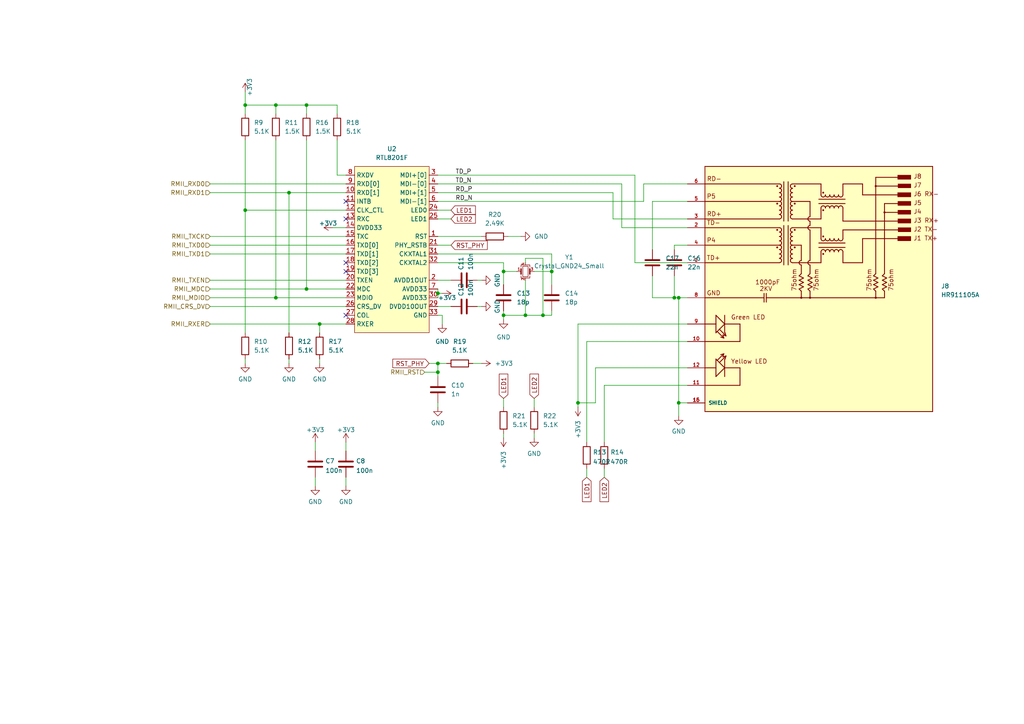
<source format=kicad_sch>
(kicad_sch (version 20211123) (generator eeschema)
  (paper "A4")
  (lib_symbols
    (symbol "Device:C" (pin_numbers hide) (pin_names (offset 0.254))
      (property "Reference" "C" (at 0.635 2.54 0))
      (property "Value" "C" (at 0.635 -2.54 0))
      (symbol "C_0_1"
        (polyline (pts (xy -2.032 -0.762) (xy 2.032 -0.762)) (stroke (width 0.508)))
        (polyline (pts (xy -2.032 0.762) (xy 2.032 0.762)) (stroke (width 0.508)))
      )
      (symbol "C_1_1"
        (pin passive line (at 0 3.81 270) (length 2.794) (name "~") (number "1"))
        (pin passive line (at 0 -3.81 90) (length 2.794) (name "~") (number "2"))
      )
    )
    (symbol "Device:Crystal_GND24_Small" (pin_names (offset 1.016) hide)
      (property "Reference" "Y" (at 1.27 4.445 0))
      (property "Value" "Crystal_GND24_Small" (at 1.27 2.54 0))
      (symbol "Crystal_GND24_Small_0_1"
        (rectangle (start -0.762 -1.524) (end 0.762 1.524))
        (polyline (pts (xy -1.27 -0.762) (xy -1.27 0.762)) (stroke (width 0.381)))
        (polyline (pts (xy 1.27 -0.762) (xy 1.27 0.762)) (stroke (width 0.381)))
        (polyline (pts (xy -1.27 -1.27) (xy -1.27 -1.905) (xy 1.27 -1.905) (xy 1.27 -1.27)))
        (polyline (pts (xy -1.27 1.27) (xy -1.27 1.905) (xy 1.27 1.905) (xy 1.27 1.27)))
      )
      (symbol "Crystal_GND24_Small_1_1"
        (pin passive line (at -2.54 0 0) (length 1.27) (name "1") (number "1"))
        (pin passive line (at 0 -2.54 90) (length 0.635) (name "2") (number "2"))
        (pin passive line (at 2.54 0 180) (length 1.27) (name "3") (number "3"))
        (pin passive line (at 0 2.54 270) (length 0.635) (name "4") (number "4"))
      )
    )
    (symbol "Device:R" (pin_numbers hide) (pin_names (offset 0))
      (property "Reference" "R" (at 2.032 0 90))
      (property "Value" "R" (at 0 0 90))
      (symbol "R_0_1"
        (rectangle (start -1.016 -2.54) (end 1.016 2.54) (stroke (width 0.254)))
      )
      (symbol "R_1_1"
        (pin passive line (at 0 3.81 270) (length 1.27) (name "~") (number "1"))
        (pin passive line (at 0 -3.81 90) (length 1.27) (name "~") (number "2"))
      )
    )
    (symbol "power:+3.3V" (power) (pin_names (offset 0))
      (property "Value" "+3.3V" (at 0 3.556 0))
      (symbol "+3.3V_0_1"
        (polyline (pts (xy -0.762 1.27) (xy 0 2.54)))
        (polyline (pts (xy 0 0) (xy 0 2.54)))
        (polyline (pts (xy 0 2.54) (xy 0.762 1.27)))
      )
      (symbol "+3.3V_1_1"
        (pin power_in line (at 0 0 90) (length 0) hide (name "+3V3") (number "1"))
      )
    )
    (symbol "power:GND" (power) (pin_names (offset 0))
      (property "Value" "GND" (at 0 -3.81 0))
      (symbol "GND_0_1"
        (polyline (pts (xy 0 0) (xy 0 -1.27) (xy 1.27 -1.27) (xy 0 -2.54) (xy -1.27 -1.27) (xy 0 -1.27)))
      )
      (symbol "GND_1_1"
        (pin power_in line (at 0 0 270) (length 0) hide (name "GND") (number "1"))
      )
    )
    (symbol "riklib:HR911105A" (pin_names (offset 1.016))
      (property "Reference" "J" (at -33.1724 36.2458 0))
      (property "Value" "HR911105A" (at -33.1216 -38.227 0))
      (symbol "HR911105A_0_0"
        (rectangle (start -33.02 -35.56) (end 33.02 35.56) (stroke (width 0.254)) (fill (type background)))
        (circle (center -12.065 12.065) (radius 0.1524) (stroke (width 0.254)))
        (circle (center -12.065 17.145) (radius 0.1524) (stroke (width 0.254)))
        (circle (center -12.065 24.765) (radius 0.1524) (stroke (width 0.254)))
        (circle (center -12.065 29.845) (radius 0.1524) (stroke (width 0.254)))
        (arc (start -11.43 7.62) (mid -10.981 7.806) (end -10.795 8.255) (stroke (width 0.254)))
        (arc (start -11.43 8.89) (mid -11.0269 9.1219) (end -10.795 9.525) (stroke (width 0.254)))
        (arc (start -11.43 10.16) (mid -10.981 10.346) (end -10.795 10.795) (stroke (width 0.254)))
        (arc (start -11.43 11.43) (mid -10.981 11.616) (end -10.795 12.065) (stroke (width 0.254)))
        (arc (start -11.43 12.7) (mid -10.981 12.886) (end -10.795 13.335) (stroke (width 0.254)))
        (arc (start -11.43 13.97) (mid -10.981 14.156) (end -10.795 14.605) (stroke (width 0.254)))
        (arc (start -11.43 15.24) (mid -10.981 15.426) (end -10.795 15.875) (stroke (width 0.254)))
        (arc (start -11.43 16.51) (mid -10.981 16.696) (end -10.795 17.145) (stroke (width 0.254)))
        (arc (start -11.43 20.32) (mid -10.981 20.506) (end -10.795 20.955) (stroke (width 0.254)))
        (arc (start -11.43 21.59) (mid -11.0269 21.8219) (end -10.795 22.225) (stroke (width 0.254)))
        (arc (start -11.43 22.86) (mid -10.981 23.046) (end -10.795 23.495) (stroke (width 0.254)))
        (arc (start -11.43 24.13) (mid -10.981 24.316) (end -10.795 24.765) (stroke (width 0.254)))
        (arc (start -11.43 25.4) (mid -10.981 25.586) (end -10.795 26.035) (stroke (width 0.254)))
        (arc (start -11.43 26.67) (mid -10.981 26.856) (end -10.795 27.305) (stroke (width 0.254)))
        (arc (start -11.43 27.94) (mid -10.981 28.126) (end -10.795 28.575) (stroke (width 0.254)))
        (arc (start -11.43 29.21) (mid -10.981 29.396) (end -10.795 29.845) (stroke (width 0.254)))
        (arc (start -10.795 8.255) (mid -10.981 8.704) (end -11.43 8.89) (stroke (width 0.254)))
        (arc (start -10.795 9.525) (mid -10.981 9.974) (end -11.43 10.16) (stroke (width 0.254)))
        (arc (start -10.795 10.795) (mid -10.981 11.244) (end -11.43 11.43) (stroke (width 0.254)))
        (arc (start -10.795 12.065) (mid -10.981 12.514) (end -11.43 12.7) (stroke (width 0.254)))
        (arc (start -10.795 13.335) (mid -10.981 13.784) (end -11.43 13.97) (stroke (width 0.254)))
        (arc (start -10.795 14.605) (mid -10.981 15.054) (end -11.43 15.24) (stroke (width 0.254)))
        (arc (start -10.795 15.875) (mid -10.981 16.324) (end -11.43 16.51) (stroke (width 0.254)))
        (arc (start -10.795 17.145) (mid -10.981 17.594) (end -11.43 17.78) (stroke (width 0.254)))
        (arc (start -10.795 20.955) (mid -10.981 21.404) (end -11.43 21.59) (stroke (width 0.254)))
        (arc (start -10.795 22.225) (mid -10.981 22.674) (end -11.43 22.86) (stroke (width 0.254)))
        (arc (start -10.795 23.495) (mid -10.981 23.944) (end -11.43 24.13) (stroke (width 0.254)))
        (arc (start -10.795 24.765) (mid -10.981 25.214) (end -11.43 25.4) (stroke (width 0.254)))
        (arc (start -10.795 26.035) (mid -10.981 26.484) (end -11.43 26.67) (stroke (width 0.254)))
        (arc (start -10.795 27.305) (mid -10.981 27.754) (end -11.43 27.94) (stroke (width 0.254)))
        (arc (start -10.795 28.575) (mid -10.981 29.024) (end -11.43 29.21) (stroke (width 0.254)))
        (arc (start -10.795 29.845) (mid -10.981 30.294) (end -11.43 30.48) (stroke (width 0.254)))
        (arc (start -8.255 8.255) (mid -8.069 7.806) (end -7.62 7.62) (stroke (width 0.254)))
        (arc (start -8.255 9.525) (mid -8.069 9.076) (end -7.62 8.89) (stroke (width 0.254)))
        (arc (start -8.255 10.795) (mid -8.069 10.346) (end -7.62 10.16) (stroke (width 0.254)))
        (arc (start -8.255 12.065) (mid -8.069 11.616) (end -7.62 11.43) (stroke (width 0.254)))
        (arc (start -8.255 13.335) (mid -8.069 12.886) (end -7.62 12.7) (stroke (width 0.254)))
        (arc (start -8.255 14.605) (mid -8.069 14.156) (end -7.62 13.97) (stroke (width 0.254)))
        (arc (start -8.255 15.875) (mid -8.069 15.426) (end -7.62 15.24) (stroke (width 0.254)))
        (arc (start -8.255 17.145) (mid -8.069 16.696) (end -7.62 16.51) (stroke (width 0.254)))
        (arc (start -8.255 20.955) (mid -8.069 20.506) (end -7.62 20.32) (stroke (width 0.254)))
        (arc (start -8.255 22.225) (mid -8.069 21.776) (end -7.62 21.59) (stroke (width 0.254)))
        (arc (start -8.255 23.495) (mid -8.069 23.046) (end -7.62 22.86) (stroke (width 0.254)))
        (arc (start -8.255 24.765) (mid -8.069 24.316) (end -7.62 24.13) (stroke (width 0.254)))
        (arc (start -8.255 26.035) (mid -8.069 25.586) (end -7.62 25.4) (stroke (width 0.254)))
        (arc (start -8.255 27.305) (mid -8.069 26.856) (end -7.62 26.67) (stroke (width 0.254)))
        (arc (start -8.255 28.575) (mid -8.069 28.126) (end -7.62 27.94) (stroke (width 0.254)))
        (arc (start -8.255 29.845) (mid -8.069 29.396) (end -7.62 29.21) (stroke (width 0.254)))
        (arc (start -7.62 8.89) (mid -8.069 8.704) (end -8.255 8.255) (stroke (width 0.254)))
        (arc (start -7.62 10.16) (mid -8.069 9.974) (end -8.255 9.525) (stroke (width 0.254)))
        (arc (start -7.62 11.43) (mid -8.069 11.244) (end -8.255 10.795) (stroke (width 0.254)))
        (arc (start -7.62 12.7) (mid -8.069 12.514) (end -8.255 12.065) (stroke (width 0.254)))
        (arc (start -7.62 13.97) (mid -8.069 13.784) (end -8.255 13.335) (stroke (width 0.254)))
        (arc (start -7.62 15.24) (mid -8.069 15.054) (end -8.255 14.605) (stroke (width 0.254)))
        (arc (start -7.62 16.51) (mid -8.0231 16.2781) (end -8.255 15.875) (stroke (width 0.254)))
        (arc (start -7.62 17.78) (mid -8.069 17.594) (end -8.255 17.145) (stroke (width 0.254)))
        (arc (start -7.62 21.59) (mid -8.069 21.404) (end -8.255 20.955) (stroke (width 0.254)))
        (arc (start -7.62 22.86) (mid -8.069 22.674) (end -8.255 22.225) (stroke (width 0.254)))
        (arc (start -7.62 24.13) (mid -8.069 23.944) (end -8.255 23.495) (stroke (width 0.254)))
        (arc (start -7.62 25.4) (mid -8.069 25.214) (end -8.255 24.765) (stroke (width 0.254)))
        (arc (start -7.62 26.67) (mid -8.069 26.484) (end -8.255 26.035) (stroke (width 0.254)))
        (arc (start -7.62 27.94) (mid -8.069 27.754) (end -8.255 27.305) (stroke (width 0.254)))
        (arc (start -7.62 29.21) (mid -8.0231 28.9781) (end -8.255 28.575) (stroke (width 0.254)))
        (arc (start -7.62 30.48) (mid -8.069 30.294) (end -8.255 29.845) (stroke (width 0.254)))
        (circle (center -6.985 12.065) (radius 0.1524) (stroke (width 0.254)))
        (circle (center -6.985 17.145) (radius 0.1524) (stroke (width 0.254)))
        (circle (center -6.985 24.765) (radius 0.1524) (stroke (width 0.254)))
        (circle (center -6.985 29.845) (radius 0.1524) (stroke (width 0.254)))
        (arc (start -5.715 7.62) (mid -5.529 7.171) (end -5.08 6.985) (stroke (width 0.254)))
        (circle (center -5.08 -2.54) (radius 0.1778) (stroke (width 0.254)))
        (arc (start -5.08 8.255) (mid -5.529 8.069) (end -5.715 7.62) (stroke (width 0.254)))
        (arc (start -3.175 7.62) (mid -2.989 7.171) (end -2.54 6.985) (stroke (width 0.254)))
        (arc (start -3.175 17.78) (mid -2.989 17.331) (end -2.54 17.145) (stroke (width 0.254)))
        (arc (start -3.175 20.32) (mid -2.989 19.871) (end -2.54 19.685) (stroke (width 0.254)))
        (circle (center -2.54 -2.54) (radius 0.1778) (stroke (width 0.254)))
        (arc (start -2.54 8.255) (mid -2.989 8.069) (end -3.175 7.62) (stroke (width 0.254)))
        (arc (start -2.54 18.415) (mid -2.989 18.229) (end -3.175 17.78) (stroke (width 0.254)))
        (arc (start -2.54 20.955) (mid -2.989 20.769) (end -3.175 20.32) (stroke (width 0.254)))
        (polyline (pts (xy -33.02 -27.94) (xy -22.86 -27.94)) (stroke (width 0.254)))
        (polyline (pts (xy -33.02 -15.24) (xy -22.86 -15.24)) (stroke (width 0.254)))
        (polyline (pts (xy -33.02 12.7) (xy -11.43 12.7)) (stroke (width 0.254)))
        (polyline (pts (xy -33.02 20.32) (xy -11.43 20.32)) (stroke (width 0.254)))
        (polyline (pts (xy -29.845 -25.4) (xy -27.305 -22.86)) (stroke (width 0.254)))
        (polyline (pts (xy -29.845 -22.86) (xy -33.02 -22.86)) (stroke (width 0.254)))
        (polyline (pts (xy -29.845 -22.86) (xy -29.845 -25.4)) (stroke (width 0.254)))
        (polyline (pts (xy -29.845 -20.32) (xy -29.845 -22.86)) (stroke (width 0.254)))
        (polyline (pts (xy -29.845 -12.7) (xy -29.845 -10.16)) (stroke (width 0.254)))
        (polyline (pts (xy -29.845 -10.16) (xy -33.02 -10.16)) (stroke (width 0.254)))
        (polyline (pts (xy -29.845 -10.16) (xy -29.845 -7.62)) (stroke (width 0.254)))
        (polyline (pts (xy -29.845 -7.62) (xy -27.305 -10.16)) (stroke (width 0.254)))
        (polyline (pts (xy -29.464 -20.701) (xy -29.845 -20.32)) (stroke (width 0.254)))
        (polyline (pts (xy -29.464 -20.701) (xy -27.559 -18.796)) (stroke (width 0.254)))
        (polyline (pts (xy -29.464 -12.319) (xy -29.845 -12.7)) (stroke (width 0.254)))
        (polyline (pts (xy -29.464 -12.319) (xy -27.559 -14.224)) (stroke (width 0.254)))
        (polyline (pts (xy -28.829 -21.336) (xy -29.464 -20.701)) (stroke (width 0.254)))
        (polyline (pts (xy -28.829 -21.336) (xy -26.924 -19.431)) (stroke (width 0.254)))
        (polyline (pts (xy -28.829 -11.684) (xy -29.464 -12.319)) (stroke (width 0.254)))
        (polyline (pts (xy -28.829 -11.684) (xy -26.924 -13.589)) (stroke (width 0.254)))
        (polyline (pts (xy -27.559 -18.796) (xy -28.448 -19.05)) (stroke (width 0.254)))
        (polyline (pts (xy -27.559 -18.796) (xy -27.813 -19.685)) (stroke (width 0.254)))
        (polyline (pts (xy -27.559 -14.224) (xy -28.448 -13.97)) (stroke (width 0.254)))
        (polyline (pts (xy -27.559 -14.224) (xy -27.813 -13.335)) (stroke (width 0.254)))
        (polyline (pts (xy -27.305 -22.86) (xy -28.829 -21.336)) (stroke (width 0.254)))
        (polyline (pts (xy -27.305 -22.86) (xy -27.305 -25.4)) (stroke (width 0.254)))
        (polyline (pts (xy -27.305 -22.86) (xy -22.86 -22.86)) (stroke (width 0.254)))
        (polyline (pts (xy -27.305 -20.32) (xy -27.305 -22.86)) (stroke (width 0.254)))
        (polyline (pts (xy -27.305 -12.7) (xy -27.305 -10.16)) (stroke (width 0.254)))
        (polyline (pts (xy -27.305 -10.16) (xy -28.829 -11.684)) (stroke (width 0.254)))
        (polyline (pts (xy -27.305 -10.16) (xy -27.305 -7.62)) (stroke (width 0.254)))
        (polyline (pts (xy -27.305 -10.16) (xy -22.86 -10.16)) (stroke (width 0.254)))
        (polyline (pts (xy -26.924 -19.431) (xy -27.813 -19.685)) (stroke (width 0.254)))
        (polyline (pts (xy -26.924 -19.431) (xy -27.178 -20.32)) (stroke (width 0.254)))
        (polyline (pts (xy -26.924 -13.589) (xy -27.813 -13.335)) (stroke (width 0.254)))
        (polyline (pts (xy -26.924 -13.589) (xy -27.178 -12.7)) (stroke (width 0.254)))
        (polyline (pts (xy -22.86 -27.94) (xy -22.86 -22.86)) (stroke (width 0.254)))
        (polyline (pts (xy -22.86 -15.24) (xy -22.86 -10.16)) (stroke (width 0.254)))
        (polyline (pts (xy -15.875 -2.54) (xy -33.02 -2.54)) (stroke (width 0.254)))
        (polyline (pts (xy -15.875 -2.54) (xy -15.875 -3.81)) (stroke (width 0.254)))
        (polyline (pts (xy -15.875 -1.27) (xy -15.875 -2.54)) (stroke (width 0.254)))
        (polyline (pts (xy -15.24 -2.54) (xy -15.24 -3.81)) (stroke (width 0.254)))
        (polyline (pts (xy -15.24 -2.54) (xy -15.24 -1.27)) (stroke (width 0.254)))
        (polyline (pts (xy -11.43 7.62) (xy -33.02 7.62)) (stroke (width 0.254)))
        (polyline (pts (xy -11.43 17.78) (xy -33.02 17.78)) (stroke (width 0.254)))
        (polyline (pts (xy -11.43 25.4) (xy -33.02 25.4)) (stroke (width 0.254)))
        (polyline (pts (xy -11.43 30.48) (xy -33.02 30.48)) (stroke (width 0.254)))
        (polyline (pts (xy -10.16 18.415) (xy -10.16 6.985)) (stroke (width 0.254)))
        (polyline (pts (xy -10.16 31.115) (xy -10.16 19.685)) (stroke (width 0.254)))
        (polyline (pts (xy -8.89 18.415) (xy -8.89 6.985)) (stroke (width 0.254)))
        (polyline (pts (xy -8.89 31.115) (xy -8.89 19.685)) (stroke (width 0.254)))
        (polyline (pts (xy -7.62 7.62) (xy -5.715 7.62)) (stroke (width 0.254)))
        (polyline (pts (xy -7.62 20.32) (xy -3.175 20.32)) (stroke (width 0.254)))
        (polyline (pts (xy -7.62 25.4) (xy -2.54 25.4)) (stroke (width 0.254)))
        (polyline (pts (xy -5.715 0) (xy -5.08 -0.635)) (stroke (width 0.254)))
        (polyline (pts (xy -5.715 1.27) (xy -4.445 0.635)) (stroke (width 0.254)))
        (polyline (pts (xy -5.715 2.54) (xy -4.445 1.905)) (stroke (width 0.254)))
        (polyline (pts (xy -5.715 3.81) (xy -4.445 3.175)) (stroke (width 0.254)))
        (polyline (pts (xy -5.715 7.62) (xy -3.175 7.62)) (stroke (width 0.254)))
        (polyline (pts (xy -5.08 -2.54) (xy -15.24 -2.54)) (stroke (width 0.254)))
        (polyline (pts (xy -5.08 -0.635) (xy -5.08 -2.54)) (stroke (width 0.254)))
        (polyline (pts (xy -5.08 4.445) (xy -5.715 3.81)) (stroke (width 0.254)))
        (polyline (pts (xy -5.08 6.985) (xy -5.08 4.445)) (stroke (width 0.254)))
        (polyline (pts (xy -5.08 8.255) (xy -5.08 12.7)) (stroke (width 0.254)))
        (polyline (pts (xy -5.08 12.7) (xy -7.62 12.7)) (stroke (width 0.254)))
        (polyline (pts (xy -4.445 0.635) (xy -5.715 0)) (stroke (width 0.254)))
        (polyline (pts (xy -4.445 1.905) (xy -5.715 1.27)) (stroke (width 0.254)))
        (polyline (pts (xy -4.445 3.175) (xy -5.715 2.54)) (stroke (width 0.254)))
        (polyline (pts (xy -3.175 0) (xy -2.54 -0.635)) (stroke (width 0.254)))
        (polyline (pts (xy -3.175 1.27) (xy -1.905 0.635)) (stroke (width 0.254)))
        (polyline (pts (xy -3.175 2.54) (xy -1.905 1.905)) (stroke (width 0.254)))
        (polyline (pts (xy -3.175 3.81) (xy -1.905 3.175)) (stroke (width 0.254)))
        (polyline (pts (xy -3.175 7.62) (xy 0.635 7.62)) (stroke (width 0.254)))
        (polyline (pts (xy -3.175 17.78) (xy -7.62 17.78)) (stroke (width 0.254)))
        (polyline (pts (xy -3.175 20.32) (xy 0.635 20.32)) (stroke (width 0.254)))
        (polyline (pts (xy -2.54 -0.635) (xy -2.54 -2.54)) (stroke (width 0.254)))
        (polyline (pts (xy -2.54 4.445) (xy -3.175 3.81)) (stroke (width 0.254)))
        (polyline (pts (xy -2.54 6.985) (xy -2.54 4.445)) (stroke (width 0.254)))
        (polyline (pts (xy -2.54 17.145) (xy -2.54 8.255)) (stroke (width 0.254)))
        (polyline (pts (xy -2.54 19.685) (xy -2.54 18.415)) (stroke (width 0.254)))
        (polyline (pts (xy -2.54 25.4) (xy -2.54 20.955)) (stroke (width 0.254)))
        (polyline (pts (xy -1.905 0.635) (xy -3.175 0)) (stroke (width 0.254)))
        (polyline (pts (xy -1.905 1.905) (xy -3.175 1.27)) (stroke (width 0.254)))
        (polyline (pts (xy -1.905 3.175) (xy -3.175 2.54)) (stroke (width 0.254)))
        (polyline (pts (xy 0 12.065) (xy 7.62 12.065)) (stroke (width 0.254)))
        (polyline (pts (xy 0 13.335) (xy 7.62 13.335)) (stroke (width 0.254)))
        (polyline (pts (xy 0 24.765) (xy 7.62 24.765)) (stroke (width 0.254)))
        (polyline (pts (xy 0 26.035) (xy 7.62 26.035)) (stroke (width 0.254)))
        (polyline (pts (xy 0.635 7.62) (xy 0.635 10.795)) (stroke (width 0.254)))
        (polyline (pts (xy 0.635 14.605) (xy 0.635 17.78)) (stroke (width 0.254)))
        (polyline (pts (xy 0.635 17.78) (xy -3.175 17.78)) (stroke (width 0.254)))
        (polyline (pts (xy 0.635 20.32) (xy 0.635 23.495)) (stroke (width 0.254)))
        (polyline (pts (xy 0.635 27.305) (xy 0.635 30.48)) (stroke (width 0.254)))
        (polyline (pts (xy 0.635 30.48) (xy -7.62 30.48)) (stroke (width 0.254)))
        (polyline (pts (xy 6.985 10.795) (xy 6.985 7.62)) (stroke (width 0.254)))
        (polyline (pts (xy 6.985 17.145) (xy 6.985 14.605)) (stroke (width 0.254)))
        (polyline (pts (xy 6.985 23.495) (xy 6.985 19.685)) (stroke (width 0.254)))
        (polyline (pts (xy 6.985 30.48) (xy 6.985 27.305)) (stroke (width 0.254)))
        (polyline (pts (xy 12.7 7.62) (xy 6.985 7.62)) (stroke (width 0.254)))
        (polyline (pts (xy 12.7 14.605) (xy 12.7 7.62)) (stroke (width 0.254)))
        (polyline (pts (xy 12.7 27.305) (xy 12.7 30.48)) (stroke (width 0.254)))
        (polyline (pts (xy 12.7 30.48) (xy 6.985 30.48)) (stroke (width 0.254)))
        (polyline (pts (xy 15.875 0) (xy 16.51 -0.635)) (stroke (width 0.254)))
        (polyline (pts (xy 15.875 1.27) (xy 17.145 0.635)) (stroke (width 0.254)))
        (polyline (pts (xy 15.875 2.54) (xy 17.145 1.905)) (stroke (width 0.254)))
        (polyline (pts (xy 15.875 3.81) (xy 17.145 3.175)) (stroke (width 0.254)))
        (polyline (pts (xy 16.51 -0.635) (xy 16.51 -2.54)) (stroke (width 0.254)))
        (polyline (pts (xy 16.51 4.445) (xy 15.875 3.81)) (stroke (width 0.254)))
        (polyline (pts (xy 16.51 29.845) (xy 16.51 4.445)) (stroke (width 0.254)))
        (polyline (pts (xy 16.51 29.845) (xy 23.495 29.845)) (stroke (width 0.254)))
        (polyline (pts (xy 16.51 32.385) (xy 16.51 29.845)) (stroke (width 0.254)))
        (polyline (pts (xy 17.145 0.635) (xy 15.875 0)) (stroke (width 0.254)))
        (polyline (pts (xy 17.145 1.905) (xy 15.875 1.27)) (stroke (width 0.254)))
        (polyline (pts (xy 17.145 3.175) (xy 15.875 2.54)) (stroke (width 0.254)))
        (polyline (pts (xy 18.415 0) (xy 19.05 -0.635)) (stroke (width 0.254)))
        (polyline (pts (xy 18.415 1.27) (xy 19.685 0.635)) (stroke (width 0.254)))
        (polyline (pts (xy 18.415 2.54) (xy 19.685 1.905)) (stroke (width 0.254)))
        (polyline (pts (xy 18.415 3.81) (xy 19.685 3.175)) (stroke (width 0.254)))
        (polyline (pts (xy 19.05 -2.54) (xy -5.08 -2.54)) (stroke (width 0.254)))
        (polyline (pts (xy 19.05 -0.635) (xy 19.05 -2.54)) (stroke (width 0.254)))
        (polyline (pts (xy 19.05 4.445) (xy 18.415 3.81)) (stroke (width 0.254)))
        (polyline (pts (xy 19.05 22.225) (xy 19.05 4.445)) (stroke (width 0.254)))
        (polyline (pts (xy 19.05 22.225) (xy 23.495 22.225)) (stroke (width 0.254)))
        (polyline (pts (xy 19.05 24.765) (xy 19.05 22.225)) (stroke (width 0.254)))
        (polyline (pts (xy 19.685 0.635) (xy 18.415 0)) (stroke (width 0.254)))
        (polyline (pts (xy 19.685 1.905) (xy 18.415 1.27)) (stroke (width 0.254)))
        (polyline (pts (xy 19.685 3.175) (xy 18.415 2.54)) (stroke (width 0.254)))
        (polyline (pts (xy 23.495 14.605) (xy 12.7 14.605)) (stroke (width 0.254)))
        (polyline (pts (xy 23.495 17.145) (xy 6.985 17.145)) (stroke (width 0.254)))
        (polyline (pts (xy 23.495 19.685) (xy 6.985 19.685)) (stroke (width 0.254)))
        (polyline (pts (xy 23.495 24.765) (xy 19.05 24.765)) (stroke (width 0.254)))
        (polyline (pts (xy 23.495 27.305) (xy 12.7 27.305)) (stroke (width 0.254)))
        (polyline (pts (xy 23.495 32.385) (xy 16.51 32.385)) (stroke (width 0.254)))
        (arc (start 0.635 14.605) (mid 0.821 14.156) (end 1.27 13.97) (stroke (width 0.254)))
        (arc (start 0.635 27.305) (mid 0.821 26.856) (end 1.27 26.67) (stroke (width 0.254)))
        (circle (center 1.27 10.16) (radius 0.1524) (stroke (width 0.254)))
        (arc (start 1.27 11.43) (mid 0.821 11.244) (end 0.635 10.795) (stroke (width 0.254)))
        (arc (start 1.27 13.97) (mid 1.719 14.156) (end 1.905 14.605) (stroke (width 0.254)))
        (circle (center 1.27 15.24) (radius 0.1524) (stroke (width 0.254)))
        (circle (center 1.27 22.86) (radius 0.1524) (stroke (width 0.254)))
        (arc (start 1.27 24.13) (mid 0.821 23.944) (end 0.635 23.495) (stroke (width 0.254)))
        (arc (start 1.27 26.67) (mid 1.719 26.856) (end 1.905 27.305) (stroke (width 0.254)))
        (circle (center 1.27 27.94) (radius 0.1524) (stroke (width 0.254)))
        (arc (start 1.905 10.795) (mid 1.719 11.244) (end 1.27 11.43) (stroke (width 0.254)))
        (arc (start 1.905 14.605) (mid 2.091 14.156) (end 2.54 13.97) (stroke (width 0.254)))
        (arc (start 1.905 23.495) (mid 1.719 23.944) (end 1.27 24.13) (stroke (width 0.254)))
        (arc (start 1.905 27.305) (mid 2.091 26.856) (end 2.54 26.67) (stroke (width 0.254)))
        (arc (start 2.54 11.43) (mid 2.091 11.244) (end 1.905 10.795) (stroke (width 0.254)))
        (arc (start 2.54 13.97) (mid 2.989 14.156) (end 3.175 14.605) (stroke (width 0.254)))
        (arc (start 2.54 24.13) (mid 2.091 23.944) (end 1.905 23.495) (stroke (width 0.254)))
        (arc (start 2.54 26.67) (mid 2.989 26.856) (end 3.175 27.305) (stroke (width 0.254)))
        (arc (start 3.175 10.795) (mid 2.989 11.244) (end 2.54 11.43) (stroke (width 0.254)))
        (arc (start 3.175 14.605) (mid 3.361 14.156) (end 3.81 13.97) (stroke (width 0.254)))
        (arc (start 3.175 23.495) (mid 2.989 23.944) (end 2.54 24.13) (stroke (width 0.254)))
        (arc (start 3.175 27.305) (mid 3.361 26.856) (end 3.81 26.67) (stroke (width 0.254)))
        (arc (start 3.81 11.43) (mid 3.361 11.244) (end 3.175 10.795) (stroke (width 0.254)))
        (arc (start 3.81 13.97) (mid 4.259 14.156) (end 4.445 14.605) (stroke (width 0.254)))
        (arc (start 3.81 24.13) (mid 3.361 23.944) (end 3.175 23.495) (stroke (width 0.254)))
        (arc (start 3.81 26.67) (mid 4.259 26.856) (end 4.445 27.305) (stroke (width 0.254)))
        (arc (start 4.445 10.795) (mid 4.259 11.244) (end 3.81 11.43) (stroke (width 0.254)))
        (arc (start 4.445 14.605) (mid 4.631 14.156) (end 5.08 13.97) (stroke (width 0.254)))
        (arc (start 4.445 23.495) (mid 4.259 23.944) (end 3.81 24.13) (stroke (width 0.254)))
        (arc (start 4.445 27.305) (mid 4.631 26.856) (end 5.08 26.67) (stroke (width 0.254)))
        (arc (start 5.08 11.43) (mid 4.631 11.244) (end 4.445 10.795) (stroke (width 0.254)))
        (arc (start 5.08 13.97) (mid 5.529 14.156) (end 5.715 14.605) (stroke (width 0.254)))
        (arc (start 5.08 24.13) (mid 4.631 23.944) (end 4.445 23.495) (stroke (width 0.254)))
        (arc (start 5.08 26.67) (mid 5.529 26.856) (end 5.715 27.305) (stroke (width 0.254)))
        (arc (start 5.715 10.795) (mid 5.529 11.244) (end 5.08 11.43) (stroke (width 0.254)))
        (arc (start 5.715 14.605) (mid 5.901 14.156) (end 6.35 13.97) (stroke (width 0.254)))
        (arc (start 5.715 23.495) (mid 5.529 23.944) (end 5.08 24.13) (stroke (width 0.254)))
        (arc (start 5.715 27.305) (mid 5.901 26.856) (end 6.35 26.67) (stroke (width 0.254)))
        (arc (start 6.35 11.43) (mid 5.901 11.244) (end 5.715 10.795) (stroke (width 0.254)))
        (arc (start 6.35 13.97) (mid 6.799 14.156) (end 6.985 14.605) (stroke (width 0.254)))
        (arc (start 6.35 24.13) (mid 5.901 23.944) (end 5.715 23.495) (stroke (width 0.254)))
        (arc (start 6.35 26.67) (mid 6.799 26.856) (end 6.985 27.305) (stroke (width 0.254)))
        (arc (start 6.985 10.795) (mid 6.799 11.244) (end 6.35 11.43) (stroke (width 0.254)))
        (arc (start 6.985 23.495) (mid 6.799 23.944) (end 6.35 24.13) (stroke (width 0.254)))
        (circle (center 16.51 -2.54) (radius 0.1778) (stroke (width 0.254)))
        (circle (center 16.51 29.845) (radius 0.1778) (stroke (width 0.254)))
        (circle (center 19.05 22.225) (radius 0.1778) (stroke (width 0.254)))
        (rectangle (start 22.8854 26.7208) (end 26.67 27.94) (fill (type outline)))
        (rectangle (start 22.9108 13.9954) (end 26.67 15.24) (fill (type outline)))
        (rectangle (start 22.9108 31.8262) (end 26.67 33.02) (fill (type outline)))
        (rectangle (start 22.9616 19.1262) (end 26.67 20.32) (fill (type outline)))
        (rectangle (start 22.9616 21.6916) (end 26.6446 22.8346) (fill (type outline)))
        (rectangle (start 22.9616 24.2316) (end 26.67 25.4) (fill (type outline)))
        (rectangle (start 22.987 29.3624) (end 26.67 30.4546) (fill (type outline)))
        (rectangle (start 23.0124 16.6116) (end 26.67 17.78) (fill (type outline)))
        (text "1000pF" (at -18.4912 1.2446 0) (effects (font (size 1.27 1.27)) (justify left bottom)))
        (text "2KV" (at -17.2212 -0.6604 0) (effects (font (size 1.27 1.27)) (justify left bottom)))
        (text "75ohm" (at -6.4008 -0.6604 900) (effects (font (size 1.27 1.27)) (justify left bottom)))
        (text "75ohm" (at 0 -0.6604 900) (effects (font (size 1.27 1.27)) (justify left bottom)))
        (text "75ohm" (at 15.3416 -0.6604 900) (effects (font (size 1.27 1.27)) (justify left bottom)))
        (text "75ohm" (at 21.6916 -0.6604 900) (effects (font (size 1.27 1.27)) (justify left bottom)))
        (text "GND" (at -32.5374 -1.905 0) (effects (font (size 1.27 1.27)) (justify left bottom)))
        (text "Green LED" (at -25.5016 -8.9154 0) (effects (font (size 1.27 1.27)) (justify left bottom)))
        (text "J1 TX+" (at 27.432 13.9954 0) (effects (font (size 1.27 1.27)) (justify left bottom)))
        (text "J2 TX-" (at 27.4574 16.5862 0) (effects (font (size 1.27 1.27)) (justify left bottom)))
        (text "J3 RX+" (at 27.4574 19.1516 0) (effects (font (size 1.27 1.27)) (justify left bottom)))
        (text "J4" (at 27.4574 21.717 0) (effects (font (size 1.27 1.27)) (justify left bottom)))
        (text "J5" (at 27.4828 24.257 0) (effects (font (size 1.27 1.27)) (justify left bottom)))
        (text "J6 RX-" (at 27.4574 26.8224 0) (effects (font (size 1.27 1.27)) (justify left bottom)))
        (text "J7" (at 27.4574 29.3624 0) (effects (font (size 1.27 1.27)) (justify left bottom)))
        (text "J8" (at 27.4574 31.9278 0) (effects (font (size 1.27 1.27)) (justify left bottom)))
        (text "P4" (at -32.5374 13.4112 0) (effects (font (size 1.27 1.27)) (justify left bottom)))
        (text "P5" (at -32.5374 26.162 0) (effects (font (size 1.27 1.27)) (justify left bottom)))
        (text "RD+" (at -32.4866 21.0312 0) (effects (font (size 1.27 1.27)) (justify left bottom)))
        (text "RD-" (at -32.4866 31.2166 0) (effects (font (size 1.27 1.27)) (justify left bottom)))
        (text "TD+" (at -32.5628 8.3058 0) (effects (font (size 1.27 1.27)) (justify left bottom)))
        (text "TD-" (at -32.512 18.4912 0) (effects (font (size 1.27 1.27)) (justify left bottom)))
        (text "Yellow LED" (at -25.527 -21.717 0) (effects (font (size 1.27 1.27)) (justify left bottom)))
        (pin passive line (at -38.1 7.62 0) (length 5.08) (name "~") (number "1"))
        (pin passive line (at -38.1 -15.24 0) (length 5.08) (name "~") (number "10"))
        (pin passive line (at -38.1 -27.94 0) (length 5.08) (name "~") (number "11"))
        (pin passive line (at -38.1 -22.86 0) (length 5.08) (name "~") (number "12"))
        (pin passive line (at -38.1 -33.02 0) (length 5.08) (name "SHIELD") (number "15"))
        (pin passive line (at -38.1 -33.02 0) (length 5.08) (name "SHIELD") (number "16"))
        (pin passive line (at -38.1 17.78 0) (length 5.08) (name "~") (number "2"))
        (pin passive line (at -38.1 20.32 0) (length 5.08) (name "~") (number "3"))
        (pin passive line (at -38.1 12.7 0) (length 5.08) (name "~") (number "4"))
        (pin passive line (at -38.1 25.4 0) (length 5.08) (name "~") (number "5"))
        (pin passive line (at -38.1 30.48 0) (length 5.08) (name "~") (number "6"))
        (pin power_in line (at -38.1 -2.54 0) (length 5.08) (name "~") (number "8"))
        (pin passive line (at -38.1 -10.16 0) (length 5.08) (name "~") (number "9"))
      )
    )
    (symbol "riklib:RTL8201F"
      (property "Reference" "U" (at 15.24 8.89 0))
      (property "Value" "RTL8201F" (at 19.05 -41.91 0))
      (symbol "RTL8201F_0_1"
        (rectangle (start 13.97 7.62) (end 35.56 -40.64) (fill (type background)))
      )
      (symbol "RTL8201F_1_1"
        (pin input line (at 38.1 -12.7 180) (length 2.54) (name "RST") (number "1"))
        (pin output line (at 11.43 0 0) (length 2.54) (name "RXD[1]") (number "10"))
        (pin output line (at 11.43 -2.54 0) (length 2.54) (name "INTB") (number "11"))
        (pin output line (at 11.43 -5.08 0) (length 2.54) (name "CLK_CTL") (number "12"))
        (pin output line (at 11.43 -7.62 0) (length 2.54) (name "RXC") (number "13"))
        (pin input line (at 11.43 -10.16 0) (length 2.54) (name "DVDD33") (number "14"))
        (pin output line (at 11.43 -12.7 0) (length 2.54) (name "TXC") (number "15"))
        (pin input line (at 11.43 -15.24 0) (length 2.54) (name "TXD[0]") (number "16"))
        (pin input line (at 11.43 -17.78 0) (length 2.54) (name "TXD[1]") (number "17"))
        (pin input line (at 11.43 -20.32 0) (length 2.54) (name "TXD[2]") (number "18"))
        (pin input line (at 11.43 -22.86 0) (length 2.54) (name "TXD[3]") (number "19"))
        (pin output line (at 38.1 -25.4 180) (length 2.54) (name "AVDD1OUT") (number "2"))
        (pin input line (at 11.43 -25.4 0) (length 2.54) (name "TXEN") (number "20"))
        (pin input line (at 38.1 -15.24 180) (length 2.54) (name "PHY_RSTB") (number "21"))
        (pin input line (at 11.43 -27.94 0) (length 2.54) (name "MDC") (number "22"))
        (pin bidirectional line (at 11.43 -30.48 0) (length 2.54) (name "MDIO") (number "23"))
        (pin input line (at 38.1 -5.08 180) (length 2.54) (name "LED0") (number "24"))
        (pin input line (at 38.1 -7.62 180) (length 2.54) (name "LED1") (number "25"))
        (pin output line (at 11.43 -33.02 0) (length 2.54) (name "CRS_DV") (number "26"))
        (pin output line (at 11.43 -35.56 0) (length 2.54) (name "COL") (number "27"))
        (pin bidirectional line (at 11.43 -38.1 0) (length 2.54) (name "RXER") (number "28"))
        (pin output line (at 38.1 -33.02 180) (length 2.54) (name "DVDD10OUT") (number "29"))
        (pin input line (at 38.1 5.08 180) (length 2.54) (name "MDI+[0]") (number "3"))
        (pin power_in line (at 38.1 -30.48 180) (length 2.54) (name "AVDD33") (number "30"))
        (pin input line (at 38.1 -17.78 180) (length 2.54) (name "CKXTAL1") (number "31"))
        (pin input line (at 38.1 -20.32 180) (length 2.54) (name "CKXTAL2") (number "32"))
        (pin power_in line (at 38.1 -35.56 180) (length 2.54) (name "GND") (number "33"))
        (pin input line (at 38.1 2.54 180) (length 2.54) (name "MDI-[0]") (number "4"))
        (pin input line (at 38.1 0 180) (length 2.54) (name "MDI+[1]") (number "5"))
        (pin input line (at 38.1 -2.54 180) (length 2.54) (name "MDI-[1]") (number "6"))
        (pin power_in line (at 38.1 -27.94 180) (length 2.54) (name "AVDD33") (number "7"))
        (pin input line (at 11.43 5.08 0) (length 2.54) (name "RXDV") (number "8"))
        (pin output line (at 11.43 2.54 0) (length 2.54) (name "RXD[0]") (number "9"))
      )
    )
  )
  (junction (at 195.58 86.36))
  (junction (at 196.85 116.84))
  (junction (at 80.01 30.48))
  (junction (at 71.12 60.96))
  (junction (at 92.71 93.98))
  (junction (at 152.4 91.44))
  (junction (at 80.01 86.36))
  (junction (at 127 107.95))
  (junction (at 160.02 78.74))
  (junction (at 196.85 86.36))
  (junction (at 71.12 30.48))
  (junction (at 83.82 55.88))
  (junction (at 146.05 78.74))
  (junction (at 88.9 83.82))
  (junction (at 88.9 30.48))
  (junction (at 157.48 91.44))
  (junction (at 146.05 91.44))
  (junction (at 127 85.09))
  (junction (at 127 105.41))
  (junction (at 167.64 116.84))
  (no_connect (at 100.33 91.44))
  (no_connect (at 100.33 58.42))
  (no_connect (at 100.33 63.5))
  (no_connect (at 100.33 76.2))
  (no_connect (at 100.33 78.74))
  (wire (pts (xy 71.12 30.48) (xy 80.01 30.48)))
  (wire (pts (xy 149.86 78.74) (xy 146.05 78.74)))
  (wire (pts (xy 189.23 86.36) (xy 195.58 86.36)))
  (wire (pts (xy 92.71 93.98) (xy 100.33 93.98)))
  (wire (pts (xy 60.96 73.66) (xy 100.33 73.66)))
  (wire (pts (xy 88.9 30.48) (xy 88.9 33.02)))
  (wire (pts (xy 100.33 86.36) (xy 80.01 86.36)))
  (wire (pts (xy 128.27 85.09) (xy 127 85.09)))
  (wire (pts (xy 127 85.09) (xy 127 83.82)))
  (wire (pts (xy 172.72 106.68) (xy 172.72 116.84)))
  (wire (pts (xy 146.05 90.17) (xy 146.05 91.44)))
  (wire (pts (xy 60.96 88.9) (xy 100.33 88.9)))
  (wire (pts (xy 123.19 107.95) (xy 127 107.95)))
  (wire (pts (xy 128.27 91.44) (xy 128.27 93.98)))
  (wire (pts (xy 60.96 55.88) (xy 83.82 55.88)))
  (wire (pts (xy 60.96 53.34) (xy 100.33 53.34)))
  (wire (pts (xy 71.12 26.67) (xy 71.12 30.48)))
  (wire (pts (xy 160.02 91.44) (xy 160.02 90.17)))
  (wire (pts (xy 60.96 68.58) (xy 100.33 68.58)))
  (wire (pts (xy 127 91.44) (xy 128.27 91.44)))
  (wire (pts (xy 167.64 116.84) (xy 167.64 118.11)))
  (wire (pts (xy 127 63.5) (xy 130.81 63.5)))
  (wire (pts (xy 195.58 71.12) (xy 195.58 72.39)))
  (wire (pts (xy 170.18 99.06) (xy 199.39 99.06)))
  (wire (pts (xy 184.15 76.2) (xy 199.39 76.2)))
  (wire (pts (xy 60.96 93.98) (xy 92.71 93.98)))
  (wire (pts (xy 180.34 66.04) (xy 199.39 66.04)))
  (wire (pts (xy 189.23 58.42) (xy 199.39 58.42)))
  (wire (pts (xy 71.12 104.14) (xy 71.12 105.41)))
  (wire (pts (xy 146.05 115.57) (xy 146.05 118.11)))
  (wire (pts (xy 170.18 99.06) (xy 170.18 128.27)))
  (wire (pts (xy 80.01 30.48) (xy 88.9 30.48)))
  (wire (pts (xy 154.94 127) (xy 154.94 125.73)))
  (wire (pts (xy 186.69 58.42) (xy 186.69 53.34)))
  (wire (pts (xy 83.82 55.88) (xy 100.33 55.88)))
  (wire (pts (xy 152.4 76.2) (xy 152.4 74.93)))
  (wire (pts (xy 127 53.34) (xy 180.34 53.34)))
  (wire (pts (xy 177.8 63.5) (xy 177.8 55.88)))
  (wire (pts (xy 60.96 86.36) (xy 80.01 86.36)))
  (wire (pts (xy 199.39 93.98) (xy 167.64 93.98)))
  (wire (pts (xy 80.01 86.36) (xy 80.01 40.64)))
  (wire (pts (xy 138.43 81.28) (xy 139.7 81.28)))
  (wire (pts (xy 71.12 96.52) (xy 71.12 60.96)))
  (wire (pts (xy 127 55.88) (xy 177.8 55.88)))
  (wire (pts (xy 124.46 105.41) (xy 127 105.41)))
  (wire (pts (xy 196.85 86.36) (xy 199.39 86.36)))
  (wire (pts (xy 127 60.96) (xy 130.81 60.96)))
  (wire (pts (xy 146.05 91.44) (xy 152.4 91.44)))
  (wire (pts (xy 180.34 53.34) (xy 180.34 66.04)))
  (wire (pts (xy 170.18 135.89) (xy 170.18 138.43)))
  (wire (pts (xy 91.44 128.27) (xy 91.44 130.81)))
  (wire (pts (xy 196.85 120.65) (xy 196.85 116.84)))
  (wire (pts (xy 152.4 91.44) (xy 157.48 91.44)))
  (wire (pts (xy 195.58 86.36) (xy 196.85 86.36)))
  (wire (pts (xy 177.8 63.5) (xy 199.39 63.5)))
  (wire (pts (xy 88.9 40.64) (xy 88.9 83.82)))
  (wire (pts (xy 97.79 50.8) (xy 100.33 50.8)))
  (wire (pts (xy 83.82 104.14) (xy 83.82 105.41)))
  (wire (pts (xy 146.05 76.2) (xy 146.05 78.74)))
  (wire (pts (xy 60.96 83.82) (xy 88.9 83.82)))
  (wire (pts (xy 146.05 78.74) (xy 146.05 82.55)))
  (wire (pts (xy 100.33 128.27) (xy 100.33 130.81)))
  (wire (pts (xy 160.02 78.74) (xy 160.02 82.55)))
  (wire (pts (xy 83.82 55.88) (xy 83.82 96.52)))
  (wire (pts (xy 127 88.9) (xy 130.81 88.9)))
  (wire (pts (xy 127 73.66) (xy 160.02 73.66)))
  (wire (pts (xy 97.79 33.02) (xy 97.79 30.48)))
  (wire (pts (xy 60.96 81.28) (xy 100.33 81.28)))
  (wire (pts (xy 146.05 125.73) (xy 146.05 127)))
  (wire (pts (xy 152.4 81.28) (xy 152.4 91.44)))
  (wire (pts (xy 71.12 60.96) (xy 100.33 60.96)))
  (wire (pts (xy 127 105.41) (xy 127 107.95)))
  (wire (pts (xy 127 76.2) (xy 146.05 76.2)))
  (wire (pts (xy 172.72 106.68) (xy 199.39 106.68)))
  (wire (pts (xy 189.23 72.39) (xy 189.23 58.42)))
  (wire (pts (xy 71.12 40.64) (xy 71.12 60.96)))
  (wire (pts (xy 154.94 115.57) (xy 154.94 118.11)))
  (wire (pts (xy 80.01 30.48) (xy 80.01 33.02)))
  (wire (pts (xy 175.26 111.76) (xy 175.26 128.27)))
  (wire (pts (xy 92.71 104.14) (xy 92.71 105.41)))
  (wire (pts (xy 96.52 66.04) (xy 100.33 66.04)))
  (wire (pts (xy 160.02 73.66) (xy 160.02 78.74)))
  (wire (pts (xy 196.85 116.84) (xy 196.85 86.36)))
  (wire (pts (xy 71.12 30.48) (xy 71.12 33.02)))
  (wire (pts (xy 127 58.42) (xy 186.69 58.42)))
  (wire (pts (xy 186.69 53.34) (xy 199.39 53.34)))
  (wire (pts (xy 195.58 80.01) (xy 195.58 86.36)))
  (wire (pts (xy 137.16 105.41) (xy 139.7 105.41)))
  (wire (pts (xy 184.15 50.8) (xy 184.15 76.2)))
  (wire (pts (xy 127 81.28) (xy 130.81 81.28)))
  (wire (pts (xy 195.58 71.12) (xy 199.39 71.12)))
  (wire (pts (xy 175.26 135.89) (xy 175.26 138.43)))
  (wire (pts (xy 100.33 138.43) (xy 100.33 140.97)))
  (wire (pts (xy 127 107.95) (xy 127 109.22)))
  (wire (pts (xy 199.39 111.76) (xy 175.26 111.76)))
  (wire (pts (xy 127 85.09) (xy 127 86.36)))
  (wire (pts (xy 154.94 78.74) (xy 160.02 78.74)))
  (wire (pts (xy 127 105.41) (xy 129.54 105.41)))
  (wire (pts (xy 127 116.84) (xy 127 118.11)))
  (wire (pts (xy 138.43 88.9) (xy 139.7 88.9)))
  (wire (pts (xy 91.44 138.43) (xy 91.44 140.97)))
  (wire (pts (xy 189.23 80.01) (xy 189.23 86.36)))
  (wire (pts (xy 92.71 93.98) (xy 92.71 96.52)))
  (wire (pts (xy 146.05 91.44) (xy 146.05 92.71)))
  (wire (pts (xy 127 50.8) (xy 184.15 50.8)))
  (wire (pts (xy 157.48 91.44) (xy 160.02 91.44)))
  (wire (pts (xy 157.48 74.93) (xy 157.48 91.44)))
  (wire (pts (xy 88.9 83.82) (xy 100.33 83.82)))
  (wire (pts (xy 152.4 74.93) (xy 157.48 74.93)))
  (wire (pts (xy 127 68.58) (xy 139.7 68.58)))
  (wire (pts (xy 97.79 40.64) (xy 97.79 50.8)))
  (wire (pts (xy 196.85 116.84) (xy 199.39 116.84)))
  (wire (pts (xy 167.64 93.98) (xy 167.64 116.84)))
  (wire (pts (xy 97.79 30.48) (xy 88.9 30.48)))
  (wire (pts (xy 147.32 68.58) (xy 151.13 68.58)))
  (wire (pts (xy 60.96 71.12) (xy 100.33 71.12)))
  (wire (pts (xy 127 71.12) (xy 130.81 71.12)))
  (wire (pts (xy 167.64 116.84) (xy 172.72 116.84)))
  (label "TD_N" (at 132.08 53.34 0))
  (label "TD_P" (at 132.08 50.8 0))
  (label "RD_N" (at 132.08 58.42 0))
  (label "RD_P" (at 132.08 55.88 0))
  (global_label "LED2" (shape input) (at 154.94 115.57 90) (property "Intersheet References" "${INTERSHEET_REFS}" (effects hide)))
  (global_label "RST_PHY" (shape input) (at 130.81 71.12 0) (property "Intersheet References" "${INTERSHEET_REFS}" (effects hide)))
  (global_label "RST_PHY" (shape input) (at 124.46 105.41 180) (property "Intersheet References" "${INTERSHEET_REFS}" (effects hide)))
  (global_label "LED1" (shape input) (at 170.18 138.43 270) (property "Intersheet References" "${INTERSHEET_REFS}" (effects hide)))
  (global_label "LED1" (shape input) (at 146.05 115.57 90) (property "Intersheet References" "${INTERSHEET_REFS}" (effects hide)))
  (global_label "LED2" (shape input) (at 130.81 63.5 0) (property "Intersheet References" "${INTERSHEET_REFS}" (effects hide)))
  (global_label "LED1" (shape input) (at 130.81 60.96 0) (property "Intersheet References" "${INTERSHEET_REFS}" (effects hide)))
  (global_label "LED2" (shape input) (at 175.26 138.43 270) (property "Intersheet References" "${INTERSHEET_REFS}" (effects hide)))
  (hierarchical_label "RMII_RXD1" (shape input) (at 60.96 55.88 180))
  (hierarchical_label "RMII_TXCK" (shape input) (at 60.96 68.58 180))
  (hierarchical_label "RMII_TXD1" (shape input) (at 60.96 73.66 180))
  (hierarchical_label "RMII_RXD0" (shape input) (at 60.96 53.34 180))
  (hierarchical_label "RMII_MDIO" (shape input) (at 60.96 86.36 180))
  (hierarchical_label "RMII_CRS_DV" (shape input) (at 60.96 88.9 180))
  (hierarchical_label "RMII_RST" (shape input) (at 123.19 107.95 180))
  (hierarchical_label "RMII_RXER" (shape input) (at 60.96 93.98 180))
  (hierarchical_label "RMII_TXEN" (shape input) (at 60.96 81.28 180))
  (hierarchical_label "RMII_TXD0" (shape input) (at 60.96 71.12 180))
  (hierarchical_label "RMII_MDC" (shape input) (at 60.96 83.82 180))
  (symbol (lib_id "Device:R") (at 88.9 36.83 0) (unit 1)
    (property "Reference" "R16" (at 91.44 35.5599 0) (effects (justify left)))
    (property "Value" "1.5K" (at 91.44 38.0999 0) (effects (justify left)))
    (property "Footprint" "Resistor_SMD:R_0603_1608Metric" (effects hide))
    (property "JLC" "C22843" (effects hide))
    (property "LCSC" "C22843" (effects hide))
  )
  (symbol (lib_id "Device:C") (at 127 113.03 0) (unit 1)
    (property "Reference" "C10" (at 130.81 111.7599 0) (effects (justify left)))
    (property "Value" "1n" (at 130.81 114.2999 0) (effects (justify left)))
    (property "Footprint" "Capacitor_SMD:C_0402_1005Metric" (effects hide))
    (property "JLC" "C1523" (effects hide))
    (property "LCSC" "C1523" (effects hide))
  )
  (symbol (lib_id "power:GND") (at 146.05 92.71 0) (unit 1)
    (property "Reference" "#PWR051" (effects hide))
    (property "Value" "GND" (at 146.05 97.79 0))
  )
  (symbol (lib_id "power:+3.3V") (at 91.44 128.27 0) (unit 1)
    (property "Reference" "#PWR031" (effects hide))
    (property "Value" "+3.3V" (at 91.44 124.6655 0))
  )
  (symbol (lib_id "Device:C") (at 134.62 88.9 90) (unit 1)
    (property "Reference" "C12" (at 133.7115 85.979 0) (effects (justify left)))
    (property "Value" "100n" (at 136.4866 85.979 0) (effects (justify left)))
    (property "Footprint" "Capacitor_SMD:C_0402_1005Metric" (effects hide))
    (property "JLC" "C307331" (effects hide))
    (property "LCSC" "C307331" (effects hide))
  )
  (symbol (lib_id "Device:C") (at 134.62 81.28 90) (unit 1)
    (property "Reference" "C11" (at 133.7115 78.359 0) (effects (justify left)))
    (property "Value" "100n" (at 136.4866 78.359 0) (effects (justify left)))
    (property "Footprint" "Capacitor_SMD:C_0402_1005Metric" (effects hide))
    (property "JLC" "C307331" (effects hide))
    (property "LCSC" "C307331" (effects hide))
  )
  (symbol (lib_id "riklib:HR911105A") (at 237.49 83.82 0) (unit 1)
    (property "Reference" "J8" (at 272.9378 82.9853 0) (effects (justify left)))
    (property "Value" "HR911105A" (at 272.9378 85.5222 0) (effects (justify left)))
    (property "Footprint" "rik_footprints:HANRUN_HR911105A" (effects hide))
    (property "PACKAGE" "None" (effects hide))
    (property "MF" "HanRun" (effects hide))
    (property "STANDARD" "Manufacturer Recommendation" (effects hide))
    (property "PARTREV" "A" (effects hide))
    (property "PRICE" "None" (effects hide))
    (property "AVAILABILITY" "Unavailable" (effects hide))
    (property "MP" "HR911105A" (effects hide))
    (property "DESCRIPTION" "DIP RJ45 Connector;" (effects hide))
    (property "JLC" "C12074" (effects hide))
    (property "LCSC" "C12074" (effects hide))
  )
  (symbol (lib_id "Device:R") (at 154.94 121.92 180) (unit 1)
    (property "Reference" "R22" (at 157.48 120.6499 0) (effects (justify right)))
    (property "Value" "5.1K" (at 157.48 123.1899 0) (effects (justify right)))
    (property "Footprint" "Resistor_SMD:R_0603_1608Metric" (effects hide))
    (property "JLC" "C23186" (effects hide))
    (property "LCSC" "C23186" (effects hide))
  )
  (symbol (lib_id "Device:R") (at 133.35 105.41 90) (unit 1)
    (property "Reference" "R19" (at 133.35 99.06 90))
    (property "Value" "5.1K" (at 133.35 101.6 90))
    (property "Footprint" "Resistor_SMD:R_0603_1608Metric" (effects hide))
    (property "JLC" "C23186" (effects hide))
    (property "LCSC" "C23186" (effects hide))
  )
  (symbol (lib_id "power:GND") (at 83.82 105.41 0) (unit 1)
    (property "Reference" "#PWR029" (effects hide))
    (property "Value" "GND" (at 83.82 109.9725 0))
  )
  (symbol (lib_id "Device:R") (at 143.51 68.58 90) (unit 1)
    (property "Reference" "R20" (at 143.51 62.23 90))
    (property "Value" "2.49K" (at 143.51 64.77 90))
    (property "Footprint" "Resistor_SMD:R_0603_1608Metric" (effects hide))
  )
  (symbol (lib_id "power:GND") (at 196.85 120.65 0) (unit 1)
    (property "Reference" "#PWR030" (effects hide))
    (property "Value" "GND" (at 196.85 125.0934 0))
  )
  (symbol (lib_id "Device:R") (at 146.05 121.92 180) (unit 1)
    (property "Reference" "R21" (at 148.59 120.6499 0) (effects (justify right)))
    (property "Value" "5.1K" (at 148.59 123.1899 0) (effects (justify right)))
    (property "Footprint" "Resistor_SMD:R_0603_1608Metric" (effects hide))
    (property "JLC" "C23186" (effects hide))
    (property "LCSC" "C23186" (effects hide))
  )
  (symbol (lib_id "power:GND") (at 128.27 93.98 0) (unit 1)
    (property "Reference" "#PWR047" (effects hide))
    (property "Value" "GND" (at 128.27 99.06 0))
  )
  (symbol (lib_id "Device:R") (at 97.79 36.83 180) (unit 1)
    (property "Reference" "R18" (at 100.33 35.5599 0) (effects (justify right)))
    (property "Value" "5.1K" (at 100.33 38.0999 0) (effects (justify right)))
    (property "Footprint" "Resistor_SMD:R_0603_1608Metric" (effects hide))
    (property "JLC" "C23186" (effects hide))
    (property "LCSC" "C23186" (effects hide))
  )
  (symbol (lib_id "riklib:RTL8201F") (at 88.9 55.88 0) (unit 1)
    (property "Reference" "U2" (at 113.665 43.18 0))
    (property "Value" "RTL8201F" (at 113.665 45.72 0))
    (property "Footprint" "Package_DFN_QFN:QFN-32-1EP_5x5mm_P0.5mm_EP3.3x3.3mm" (effects hide))
    (property "JLC" "C45044" (effects hide))
    (property "LCSC" "C45044" (effects hide))
  )
  (symbol (lib_id "power:+3.3V") (at 100.33 128.27 0) (unit 1)
    (property "Reference" "#PWR043" (effects hide))
    (property "Value" "+3.3V" (at 100.33 124.6655 0))
  )
  (symbol (lib_id "power:GND") (at 71.12 105.41 0) (unit 1)
    (property "Reference" "#PWR028" (effects hide))
    (property "Value" "GND" (at 71.12 109.9725 0))
  )
  (symbol (lib_id "Device:C") (at 189.23 76.2 0) (unit 1)
    (property "Reference" "C17" (at 193.04 74.9299 0) (effects (justify left)))
    (property "Value" "22n" (at 193.04 77.4699 0) (effects (justify left)))
    (property "Footprint" "Capacitor_SMD:C_0603_1608Metric" (effects hide))
    (property "JLC" "C1647" (effects hide))
    (property "LCSC" "C1647" (effects hide))
  )
  (symbol (lib_id "Device:Crystal_GND24_Small") (at 152.4 78.74 0) (unit 1)
    (property "Reference" "Y1" (at 165.1 74.5998 0))
    (property "Value" "Crystal_GND24_Small" (at 165.1 77.1398 0))
    (property "Footprint" "Crystal:Crystal_SMD_3225-4Pin_3.2x2.5mm" (effects hide))
    (property "JLC" "C90913" (effects hide))
    (property "LCSC" "C90913" (effects hide))
  )
  (symbol (lib_id "power:GND") (at 139.7 88.9 90) (unit 1)
    (property "Reference" "#PWR049" (effects hide))
    (property "Value" "GND" (at 144.2625 88.9 0))
  )
  (symbol (lib_id "Device:R") (at 71.12 100.33 180) (unit 1)
    (property "Reference" "R10" (at 73.66 99.0599 0) (effects (justify right)))
    (property "Value" "5.1K" (at 73.66 101.5999 0) (effects (justify right)))
    (property "Footprint" "Resistor_SMD:R_0603_1608Metric" (effects hide))
  )
  (symbol (lib_id "Device:R") (at 71.12 36.83 180) (unit 1)
    (property "Reference" "R9" (at 73.66 35.5599 0) (effects (justify right)))
    (property "Value" "5.1K" (at 73.66 38.0999 0) (effects (justify right)))
    (property "Footprint" "Resistor_SMD:R_0603_1608Metric" (effects hide))
  )
  (symbol (lib_id "Device:R") (at 175.26 132.08 0) (unit 1)
    (property "Reference" "R14" (at 177.038 131.1715 0) (effects (justify left)))
    (property "Value" "470R" (at 177.038 133.9466 0) (effects (justify left)))
    (property "Footprint" "Resistor_SMD:R_0603_1608Metric" (effects hide))
  )
  (symbol (lib_id "power:+3.3V") (at 128.27 85.09 270) (unit 1)
    (property "Reference" "#PWR046" (effects hide))
    (property "Value" "+3.3V" (at 127 86.36 90) (effects (justify left)))
  )
  (symbol (lib_id "Device:C") (at 91.44 134.62 0) (unit 1)
    (property "Reference" "C7" (at 94.361 133.7115 0) (effects (justify left)))
    (property "Value" "100n" (at 94.361 136.4866 0) (effects (justify left)))
    (property "Footprint" "Capacitor_SMD:C_0402_1005Metric" (effects hide))
    (property "JLC" "C307331" (effects hide))
    (property "LCSC" "C307331" (effects hide))
  )
  (symbol (lib_id "Device:R") (at 92.71 100.33 180) (unit 1)
    (property "Reference" "R17" (at 95.25 99.0599 0) (effects (justify right)))
    (property "Value" "5.1K" (at 95.25 101.5999 0) (effects (justify right)))
    (property "Footprint" "Resistor_SMD:R_0603_1608Metric" (effects hide))
    (property "JLC" "C23186" (effects hide))
    (property "LCSC" "C23186" (effects hide))
  )
  (symbol (lib_id "Device:C") (at 146.05 86.36 0) (unit 1)
    (property "Reference" "C13" (at 149.86 85.0899 0) (effects (justify left)))
    (property "Value" "18p" (at 149.86 87.6299 0) (effects (justify left)))
    (property "Footprint" "Capacitor_SMD:C_0603_1608Metric" (effects hide))
    (property "JLC" "C1647" (effects hide))
    (property "LCSC" "C1647" (effects hide))
  )
  (symbol (lib_id "power:GND") (at 151.13 68.58 90) (unit 1)
    (property "Reference" "#PWR053" (effects hide))
    (property "Value" "GND" (at 154.94 68.5799 90) (effects (justify right)))
  )
  (symbol (lib_id "power:+3.3V") (at 167.64 118.11 180) (unit 1)
    (property "Reference" "#PWR0104" (effects hide))
    (property "Value" "+3.3V" (at 167.6401 121.92 90) (effects (justify left)))
  )
  (symbol (lib_id "power:+3.3V") (at 139.7 105.41 270) (unit 1)
    (property "Reference" "#PWR050" (effects hide))
    (property "Value" "+3.3V" (at 143.51 105.4099 90) (effects (justify left)))
  )
  (symbol (lib_id "Device:R") (at 80.01 36.83 0) (unit 1)
    (property "Reference" "R11" (at 82.55 35.5599 0) (effects (justify left)))
    (property "Value" "1.5K" (at 82.55 38.0999 0) (effects (justify left)))
    (property "Footprint" "Resistor_SMD:R_0603_1608Metric" (effects hide))
    (property "JLC" "C22843" (effects hide))
    (property "LCSC" "C22843" (effects hide))
  )
  (symbol (lib_id "Device:R") (at 83.82 100.33 180) (unit 1)
    (property "Reference" "R12" (at 86.36 99.0599 0) (effects (justify right)))
    (property "Value" "5.1K" (at 86.36 101.5999 0) (effects (justify right)))
    (property "Footprint" "Resistor_SMD:R_0603_1608Metric" (effects hide))
    (property "JLC" "C23186" (effects hide))
    (property "LCSC" "C23186" (effects hide))
  )
  (symbol (lib_id "power:GND") (at 154.94 127 0) (unit 1)
    (property "Reference" "#PWR0103" (effects hide))
    (property "Value" "GND" (at 154.94 131.5625 0))
  )
  (symbol (lib_id "power:+3.3V") (at 71.12 26.67 0) (unit 1)
    (property "Reference" "#PWR027" (effects hide))
    (property "Value" "+3.3V" (at 72.39 27.94 90) (effects (justify left)))
  )
  (symbol (lib_id "power:+3.3V") (at 146.05 127 180) (unit 1)
    (property "Reference" "#PWR0102" (effects hide))
    (property "Value" "+3.3V" (at 146.0501 130.81 90) (effects (justify left)))
  )
  (symbol (lib_id "power:GND") (at 139.7 81.28 90) (unit 1)
    (property "Reference" "#PWR048" (effects hide))
    (property "Value" "GND" (at 144.2625 81.28 0))
  )
  (symbol (lib_id "Device:C") (at 160.02 86.36 0) (unit 1)
    (property "Reference" "C14" (at 163.83 85.0899 0) (effects (justify left)))
    (property "Value" "18p" (at 163.83 87.6299 0) (effects (justify left)))
    (property "Footprint" "Capacitor_SMD:C_0603_1608Metric" (effects hide))
    (property "JLC" "C1647" (effects hide))
    (property "LCSC" "C1647" (effects hide))
  )
  (symbol (lib_id "Device:C") (at 195.58 76.2 0) (unit 1)
    (property "Reference" "C16" (at 199.39 74.9299 0) (effects (justify left)))
    (property "Value" "22n" (at 199.39 77.4699 0) (effects (justify left)))
    (property "Footprint" "Capacitor_SMD:C_0603_1608Metric" (effects hide))
    (property "JLC" "C1647" (effects hide))
    (property "LCSC" "C1647" (effects hide))
  )
  (symbol (lib_id "power:GND") (at 100.33 140.97 0) (unit 1)
    (property "Reference" "#PWR044" (effects hide))
    (property "Value" "GND" (at 100.33 145.5325 0))
  )
  (symbol (lib_id "power:GND") (at 127 118.11 0) (unit 1)
    (property "Reference" "#PWR045" (effects hide))
    (property "Value" "GND" (at 127 122.6725 0))
  )
  (symbol (lib_id "power:GND") (at 92.71 105.41 0) (unit 1)
    (property "Reference" "#PWR041" (effects hide))
    (property "Value" "GND" (at 92.71 109.9725 0))
  )
  (symbol (lib_id "power:+3.3V") (at 96.52 66.04 90) (unit 1)
    (property "Reference" "#PWR042" (effects hide))
    (property "Value" "+3.3V" (at 97.79 64.77 90) (effects (justify left)))
  )
  (symbol (lib_id "power:GND") (at 91.44 140.97 0) (unit 1)
    (property "Reference" "#PWR033" (effects hide))
    (property "Value" "GND" (at 91.44 145.5325 0))
  )
  (symbol (lib_id "Device:R") (at 170.18 132.08 0) (unit 1)
    (property "Reference" "R13" (at 171.958 131.1715 0) (effects (justify left)))
    (property "Value" "470R" (at 171.958 133.9466 0) (effects (justify left)))
    (property "Footprint" "Resistor_SMD:R_0603_1608Metric" (effects hide))
  )
  (symbol (lib_id "Device:C") (at 100.33 134.62 0) (unit 1)
    (property "Reference" "C8" (at 103.251 133.7115 0) (effects (justify left)))
    (property "Value" "100n" (at 103.251 136.4866 0) (effects (justify left)))
    (property "Footprint" "Capacitor_SMD:C_0402_1005Metric" (effects hide))
    (property "JLC" "C307331" (effects hide))
    (property "LCSC" "C307331" (effects hide))
  )
)
</source>
